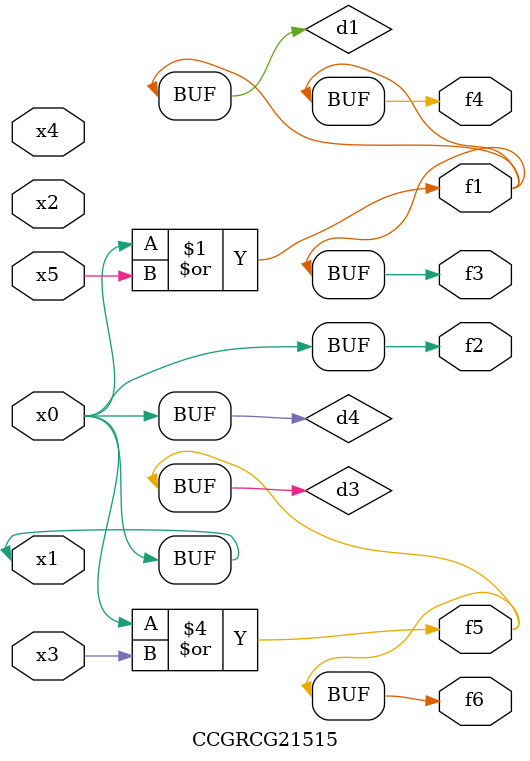
<source format=v>
module CCGRCG21515(
	input x0, x1, x2, x3, x4, x5,
	output f1, f2, f3, f4, f5, f6
);

	wire d1, d2, d3, d4;

	or (d1, x0, x5);
	xnor (d2, x1, x4);
	or (d3, x0, x3);
	buf (d4, x0, x1);
	assign f1 = d1;
	assign f2 = d4;
	assign f3 = d1;
	assign f4 = d1;
	assign f5 = d3;
	assign f6 = d3;
endmodule

</source>
